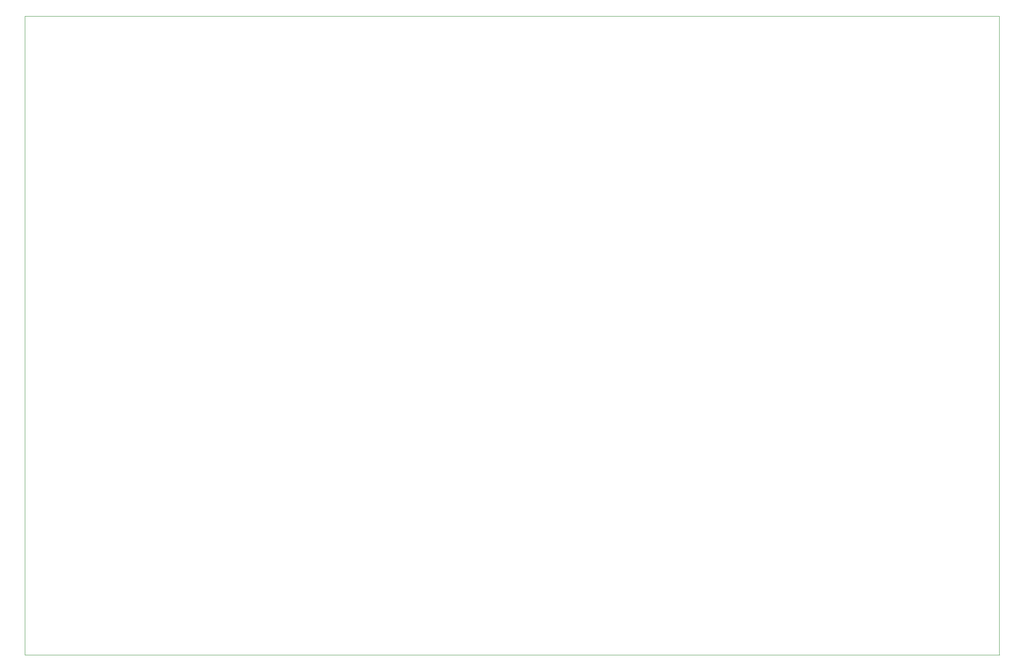
<source format=gbr>
G04 #@! TF.FileFunction,Profile,NP*
%FSLAX46Y46*%
G04 Gerber Fmt 4.6, Leading zero omitted, Abs format (unit mm)*
G04 Created by KiCad (PCBNEW (after 2015-may-25 BZR unknown)-product) date 06/09/2015 16:48:44*
%MOMM*%
G01*
G04 APERTURE LIST*
%ADD10C,0.100000*%
G04 APERTURE END LIST*
D10*
X43942000Y-26162000D02*
X43942000Y-156972000D01*
X243332000Y-26162000D02*
X43942000Y-26162000D01*
X243332000Y-156972000D02*
X243332000Y-26162000D01*
X43942000Y-156972000D02*
X243448000Y-156972000D01*
M02*

</source>
